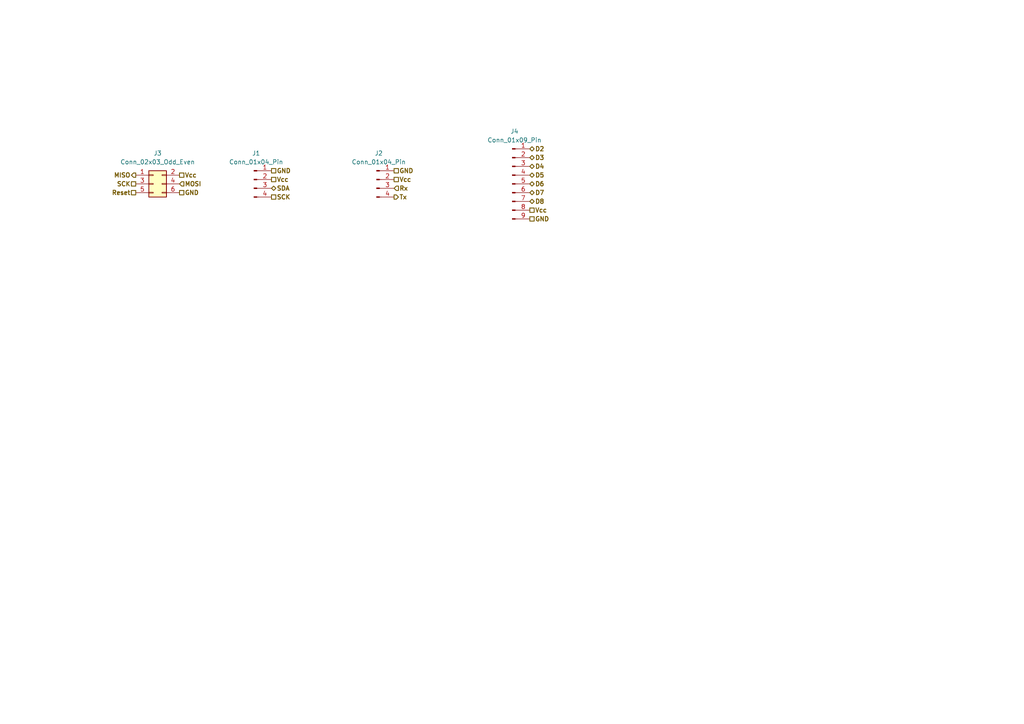
<source format=kicad_sch>
(kicad_sch (version 20230121) (generator eeschema)
  (paper "A4")
  (title_block (title "Arduino Datalogger") (date "2024-02-26") (rev "${design_version}") (company "Salman Kabir"))
  (lib_symbols
    (symbol "Connector:Conn_01x04_Pin" (pin_names (offset 1.016) hide)
      (property "Reference" "J" (at 0 5.08 0))
      (property "Value" "Conn_01x04_Pin" (at 0 -7.62 0))
      (symbol "Conn_01x04_Pin_1_1"
        (polyline (pts (xy 1.27 -5.08) (xy 0.8636 -5.08)) (stroke (width 0.1524)))
        (polyline (pts (xy 1.27 -2.54) (xy 0.8636 -2.54)) (stroke (width 0.1524)))
        (polyline (pts (xy 1.27 0) (xy 0.8636 0)) (stroke (width 0.1524)))
        (polyline (pts (xy 1.27 2.54) (xy 0.8636 2.54)) (stroke (width 0.1524)))
        (rectangle (start 0.8636 -4.953) (end 0 -5.207) (stroke (width 0.1524)) (fill (type outline)))
        (rectangle (start 0.8636 -2.413) (end 0 -2.667) (stroke (width 0.1524)) (fill (type outline)))
        (rectangle (start 0.8636 0.127) (end 0 -0.127) (stroke (width 0.1524)) (fill (type outline)))
        (rectangle (start 0.8636 2.667) (end 0 2.413) (stroke (width 0.1524)) (fill (type outline)))
        (pin passive line (at 5.08 2.54 180) (length 3.81) (name "Pin_1") (number "1"))
        (pin passive line (at 5.08 0 180) (length 3.81) (name "Pin_2") (number "2"))
        (pin passive line (at 5.08 -2.54 180) (length 3.81) (name "Pin_3") (number "3"))
        (pin passive line (at 5.08 -5.08 180) (length 3.81) (name "Pin_4") (number "4"))
      )
    )
    (symbol "Connector:Conn_01x09_Pin" (pin_names (offset 1.016) hide)
      (property "Reference" "J" (at 0 12.7 0))
      (property "Value" "Conn_01x09_Pin" (at 0 -12.7 0))
      (symbol "Conn_01x09_Pin_1_1"
        (polyline (pts (xy 1.27 -10.16) (xy 0.8636 -10.16)) (stroke (width 0.1524)))
        (polyline (pts (xy 1.27 -7.62) (xy 0.8636 -7.62)) (stroke (width 0.1524)))
        (polyline (pts (xy 1.27 -5.08) (xy 0.8636 -5.08)) (stroke (width 0.1524)))
        (polyline (pts (xy 1.27 -2.54) (xy 0.8636 -2.54)) (stroke (width 0.1524)))
        (polyline (pts (xy 1.27 0) (xy 0.8636 0)) (stroke (width 0.1524)))
        (polyline (pts (xy 1.27 2.54) (xy 0.8636 2.54)) (stroke (width 0.1524)))
        (polyline (pts (xy 1.27 5.08) (xy 0.8636 5.08)) (stroke (width 0.1524)))
        (polyline (pts (xy 1.27 7.62) (xy 0.8636 7.62)) (stroke (width 0.1524)))
        (polyline (pts (xy 1.27 10.16) (xy 0.8636 10.16)) (stroke (width 0.1524)))
        (rectangle (start 0.8636 -10.033) (end 0 -10.287) (stroke (width 0.1524)) (fill (type outline)))
        (rectangle (start 0.8636 -7.493) (end 0 -7.747) (stroke (width 0.1524)) (fill (type outline)))
        (rectangle (start 0.8636 -4.953) (end 0 -5.207) (stroke (width 0.1524)) (fill (type outline)))
        (rectangle (start 0.8636 -2.413) (end 0 -2.667) (stroke (width 0.1524)) (fill (type outline)))
        (rectangle (start 0.8636 0.127) (end 0 -0.127) (stroke (width 0.1524)) (fill (type outline)))
        (rectangle (start 0.8636 2.667) (end 0 2.413) (stroke (width 0.1524)) (fill (type outline)))
        (rectangle (start 0.8636 5.207) (end 0 4.953) (stroke (width 0.1524)) (fill (type outline)))
        (rectangle (start 0.8636 7.747) (end 0 7.493) (stroke (width 0.1524)) (fill (type outline)))
        (rectangle (start 0.8636 10.287) (end 0 10.033) (stroke (width 0.1524)) (fill (type outline)))
        (pin passive line (at 5.08 10.16 180) (length 3.81) (name "Pin_1") (number "1"))
        (pin passive line (at 5.08 7.62 180) (length 3.81) (name "Pin_2") (number "2"))
        (pin passive line (at 5.08 5.08 180) (length 3.81) (name "Pin_3") (number "3"))
        (pin passive line (at 5.08 2.54 180) (length 3.81) (name "Pin_4") (number "4"))
        (pin passive line (at 5.08 0 180) (length 3.81) (name "Pin_5") (number "5"))
        (pin passive line (at 5.08 -2.54 180) (length 3.81) (name "Pin_6") (number "6"))
        (pin passive line (at 5.08 -5.08 180) (length 3.81) (name "Pin_7") (number "7"))
        (pin passive line (at 5.08 -7.62 180) (length 3.81) (name "Pin_8") (number "8"))
        (pin passive line (at 5.08 -10.16 180) (length 3.81) (name "Pin_9") (number "9"))
      )
    )
    (symbol "Connector_Generic:Conn_02x03_Odd_Even" (pin_names (offset 1.016) hide)
      (property "Reference" "J" (at 1.27 5.08 0))
      (property "Value" "Conn_02x03_Odd_Even" (at 1.27 -5.08 0))
      (symbol "Conn_02x03_Odd_Even_1_1"
        (rectangle (start -1.27 -2.413) (end 0 -2.667) (stroke (width 0.1524)))
        (rectangle (start -1.27 0.127) (end 0 -0.127) (stroke (width 0.1524)))
        (rectangle (start -1.27 2.667) (end 0 2.413) (stroke (width 0.1524)))
        (rectangle (start -1.27 3.81) (end 3.81 -3.81) (stroke (width 0.254)) (fill (type background)))
        (rectangle (start 3.81 -2.413) (end 2.54 -2.667) (stroke (width 0.1524)))
        (rectangle (start 3.81 0.127) (end 2.54 -0.127) (stroke (width 0.1524)))
        (rectangle (start 3.81 2.667) (end 2.54 2.413) (stroke (width 0.1524)))
        (pin passive line (at -5.08 2.54 0) (length 3.81) (name "Pin_1") (number "1"))
        (pin passive line (at 7.62 2.54 180) (length 3.81) (name "Pin_2") (number "2"))
        (pin passive line (at -5.08 0 0) (length 3.81) (name "Pin_3") (number "3"))
        (pin passive line (at 7.62 0 180) (length 3.81) (name "Pin_4") (number "4"))
        (pin passive line (at -5.08 -2.54 0) (length 3.81) (name "Pin_5") (number "5"))
        (pin passive line (at 7.62 -2.54 180) (length 3.81) (name "Pin_6") (number "6"))
      )
    )
  )
  (hierarchical_label "GND" (shape passive) (at 52.07 55.88 0) (effects (font bold)))
  (hierarchical_label "D3" (shape bidirectional) (at 153.67 45.72 0) (effects (font bold)))
  (hierarchical_label "SCK" (shape passive) (at 39.37 53.34 180) (effects (font bold)))
  (hierarchical_label "D2" (shape bidirectional) (at 153.67 43.18 0) (effects (font bold)))
  (hierarchical_label "GND" (shape passive) (at 78.74 49.53 0) (effects (font bold)))
  (hierarchical_label "D6" (shape bidirectional) (at 153.67 53.34 0) (effects (font bold)))
  (hierarchical_label "Vcc" (shape passive) (at 153.67 60.96 0) (effects (font bold)))
  (hierarchical_label "D5" (shape bidirectional) (at 153.67 50.8 0) (effects (font bold)))
  (hierarchical_label "Vcc" (shape passive) (at 114.3 52.07 0) (effects (font bold)))
  (hierarchical_label "D7" (shape bidirectional) (at 153.67 55.88 0) (effects (font bold)))
  (hierarchical_label "SDA" (shape bidirectional) (at 78.74 54.61 0) (effects (font bold)))
  (hierarchical_label "GND" (shape passive) (at 114.3 49.53 0) (effects (font bold)))
  (hierarchical_label "Rx" (shape input) (at 114.3 54.61 0) (effects (font bold)))
  (hierarchical_label "Tx" (shape output) (at 114.3 57.15 0) (effects (font bold)))
  (hierarchical_label "GND" (shape passive) (at 153.67 63.5 0) (effects (font bold)))
  (hierarchical_label "Vcc" (shape passive) (at 52.07 50.8 0) (effects (font bold)))
  (hierarchical_label "MISO" (shape output) (at 39.37 50.8 180) (effects (font bold)))
  (hierarchical_label "D4" (shape bidirectional) (at 153.67 48.26 0) (effects (font bold)))
  (hierarchical_label "D8" (shape bidirectional) (at 153.67 58.42 0) (effects (font bold)))
  (hierarchical_label "Reset" (shape passive) (at 39.37 55.88 180) (effects (font bold)))
  (hierarchical_label "SCK" (shape passive) (at 78.74 57.15 0) (effects (font bold)))
  (hierarchical_label "Vcc" (shape passive) (at 78.74 52.07 0) (effects (font bold)))
  (hierarchical_label "MOSI" (shape input) (at 52.07 53.34 0) (effects (font bold)))
  (symbol (lib_id "Connector:Conn_01x09_Pin") (at 148.59 53.34 0) (unit 1)
    (property "Reference" "J4" (at 149.225 38.1 0))
    (property "Value" "Conn_01x09_Pin" (at 149.225 40.64 0))
    (property "Footprint" "Connector_PinHeader_2.54mm:PinHeader_1x09_P2.54mm_Vertical" (effects hide))
  )
  (symbol (lib_id "Connector:Conn_01x04_Pin") (at 109.22 52.07 0) (unit 1)
    (property "Reference" "J2" (at 109.855 44.45 0))
    (property "Value" "Conn_01x04_Pin" (at 109.855 46.99 0))
    (property "Footprint" "Connector_PinHeader_2.54mm:PinHeader_1x04_P2.54mm_Vertical" (effects hide))
  )
  (symbol (lib_id "Connector_Generic:Conn_02x03_Odd_Even") (at 44.45 53.34 0) (unit 1)
    (property "Reference" "J3" (at 45.72 44.45 0))
    (property "Value" "Conn_02x03_Odd_Even" (at 45.72 46.99 0))
    (property "Footprint" "Connector_PinSocket_2.54mm:PinSocket_2x03_P2.54mm_Vertical" (effects hide))
  )
  (symbol (lib_id "Connector:Conn_01x04_Pin") (at 73.66 52.07 0) (unit 1)
    (property "Reference" "J1" (at 74.295 44.45 0))
    (property "Value" "Conn_01x04_Pin" (at 74.295 46.99 0))
    (property "Footprint" "Connector_PinHeader_2.54mm:PinHeader_1x04_P2.54mm_Vertical" (effects hide))
  )
)
</source>
